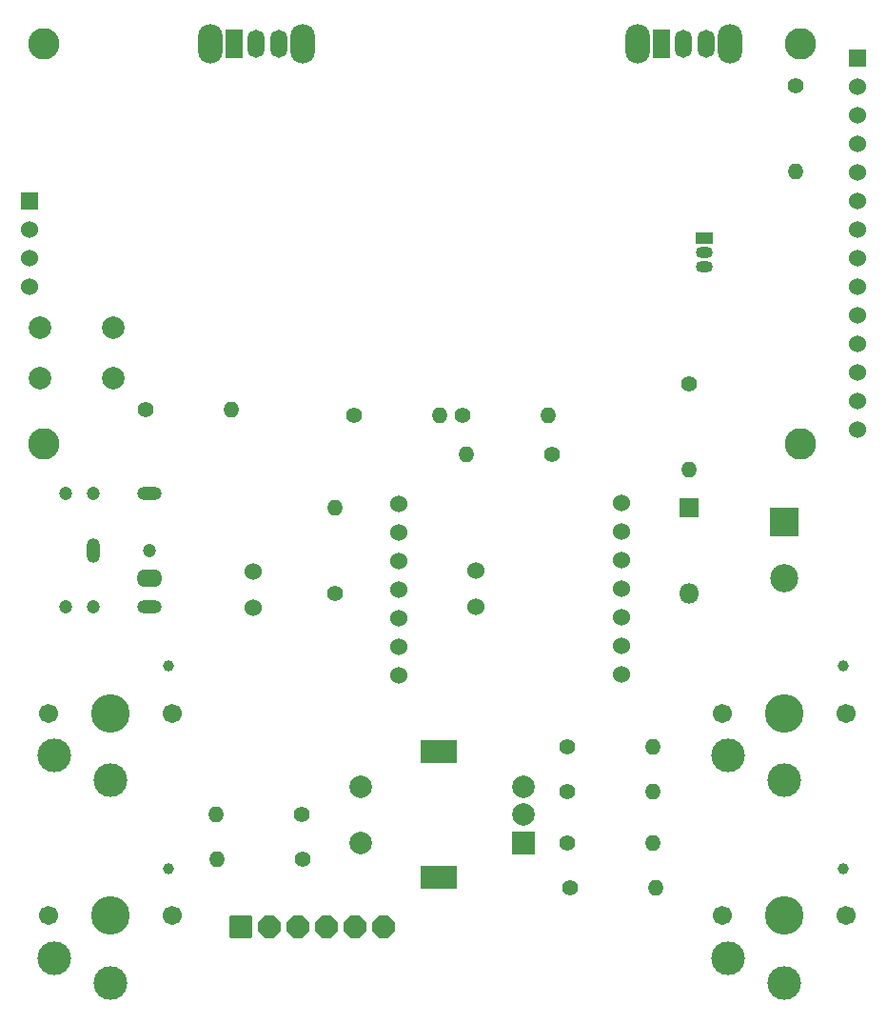
<source format=gbr>
%TF.GenerationSoftware,KiCad,Pcbnew,8.0.4*%
%TF.CreationDate,2025-02-21T10:23:32-07:00*%
%TF.ProjectId,PCB ESP32 S3 Wroom 1 n16r8,50434220-4553-4503-9332-205333205772,rev?*%
%TF.SameCoordinates,Original*%
%TF.FileFunction,Soldermask,Top*%
%TF.FilePolarity,Negative*%
%FSLAX46Y46*%
G04 Gerber Fmt 4.6, Leading zero omitted, Abs format (unit mm)*
G04 Created by KiCad (PCBNEW 8.0.4) date 2025-02-21 10:23:32*
%MOMM*%
%LPD*%
G01*
G04 APERTURE LIST*
G04 Aperture macros list*
%AMRoundRect*
0 Rectangle with rounded corners*
0 $1 Rounding radius*
0 $2 $3 $4 $5 $6 $7 $8 $9 X,Y pos of 4 corners*
0 Add a 4 corners polygon primitive as box body*
4,1,4,$2,$3,$4,$5,$6,$7,$8,$9,$2,$3,0*
0 Add four circle primitives for the rounded corners*
1,1,$1+$1,$2,$3*
1,1,$1+$1,$4,$5*
1,1,$1+$1,$6,$7*
1,1,$1+$1,$8,$9*
0 Add four rect primitives between the rounded corners*
20,1,$1+$1,$2,$3,$4,$5,0*
20,1,$1+$1,$4,$5,$6,$7,0*
20,1,$1+$1,$6,$7,$8,$9,0*
20,1,$1+$1,$8,$9,$2,$3,0*%
%AMFreePoly0*
4,1,25,0.427955,0.971196,0.440078,0.960842,0.960842,0.440078,0.989349,0.384130,0.990600,0.368236,0.990600,-0.368236,0.971196,-0.427955,0.960842,-0.440078,0.440078,-0.960842,0.384130,-0.989349,0.368236,-0.990600,-0.368236,-0.990600,-0.427955,-0.971196,-0.440078,-0.960842,-0.960842,-0.440078,-0.989349,-0.384130,-0.990600,-0.368236,-0.990600,0.368236,-0.971196,0.427955,-0.960842,0.440078,
-0.440078,0.960842,-0.384130,0.989349,-0.368236,0.990600,0.368236,0.990600,0.427955,0.971196,0.427955,0.971196,$1*%
G04 Aperture macros list end*
%ADD10C,1.701800*%
%ADD11C,3.000000*%
%ADD12C,3.429000*%
%ADD13C,0.990600*%
%ADD14C,1.200000*%
%ADD15O,2.200000X1.200000*%
%ADD16O,1.200000X2.200000*%
%ADD17O,2.300000X1.600000*%
%ADD18C,1.400000*%
%ADD19O,1.400000X1.400000*%
%ADD20R,2.000000X2.000000*%
%ADD21C,2.000000*%
%ADD22R,3.200000X2.000000*%
%ADD23C,1.524000*%
%ADD24C,2.794000*%
%ADD25R,1.524000X1.524000*%
%ADD26R,1.800000X1.800000*%
%ADD27O,1.800000X1.800000*%
%ADD28R,2.500000X2.500000*%
%ADD29C,2.500000*%
%ADD30O,2.200000X3.500000*%
%ADD31R,1.500000X2.500000*%
%ADD32O,1.500000X2.500000*%
%ADD33R,1.500000X1.050000*%
%ADD34O,1.500000X1.050000*%
%ADD35FreePoly0,0.000000*%
%ADD36RoundRect,0.101600X-0.889000X-0.889000X0.889000X-0.889000X0.889000X0.889000X-0.889000X0.889000X0*%
G04 APERTURE END LIST*
D10*
%TO.C,SW1*%
X63500000Y-106000000D03*
D11*
X64000000Y-109750000D03*
D12*
X69000000Y-106000000D03*
D11*
X69000000Y-111950000D03*
D13*
X74220000Y-101800000D03*
D10*
X74500000Y-106000000D03*
%TD*%
D14*
%TO.C,J1*%
X67500000Y-86500000D03*
X65000000Y-86500000D03*
X72500000Y-91500000D03*
X67500000Y-96500000D03*
X65000000Y-96500000D03*
D15*
X72500000Y-86500000D03*
D16*
X67500000Y-91500000D03*
D15*
X72500000Y-96500000D03*
D17*
X72500000Y-94000000D03*
%TD*%
D18*
%TO.C,R4*%
X109690000Y-109000000D03*
D19*
X117310000Y-109000000D03*
%TD*%
D18*
%TO.C,R1*%
X109690000Y-113000000D03*
D19*
X117310000Y-113000000D03*
%TD*%
D10*
%TO.C,SW2*%
X63500000Y-124000000D03*
D11*
X64000000Y-127750000D03*
D12*
X69000000Y-124000000D03*
D11*
X69000000Y-129950000D03*
D13*
X74220000Y-119800000D03*
D10*
X74500000Y-124000000D03*
%TD*%
D20*
%TO.C,Primary Rotary Encoder1*%
X105750000Y-117500000D03*
D21*
X105750000Y-112500000D03*
X105750000Y-115000000D03*
D22*
X98250000Y-120600000D03*
X98250000Y-109400000D03*
D21*
X91250000Y-112500000D03*
X91250000Y-117500000D03*
%TD*%
D23*
%TO.C,L_SPKR1*%
X101500000Y-93325000D03*
X101500000Y-96500000D03*
X114454000Y-99992500D03*
X114454000Y-97452500D03*
X114454000Y-94912500D03*
X114454000Y-89832500D03*
X114454000Y-102532500D03*
X114454000Y-92372500D03*
X114454000Y-87292500D03*
%TD*%
D18*
%TO.C,R2*%
X109690000Y-117500000D03*
D19*
X117310000Y-117500000D03*
%TD*%
D10*
%TO.C,SW5*%
X123500000Y-124000000D03*
D11*
X124000000Y-127750000D03*
D12*
X129000000Y-124000000D03*
D11*
X129000000Y-129950000D03*
D13*
X134220000Y-119800000D03*
D10*
X134500000Y-124000000D03*
%TD*%
D18*
%TO.C,R3*%
X86000000Y-115000000D03*
D19*
X78380000Y-115000000D03*
%TD*%
D23*
%TO.C,RSPKR1*%
X81758500Y-93412500D03*
X81758500Y-96587500D03*
X94712500Y-100080000D03*
X94712500Y-97540000D03*
X94712500Y-95000000D03*
X94712500Y-89920000D03*
X94712500Y-102620000D03*
X94712500Y-92460000D03*
X94712500Y-87380000D03*
%TD*%
D24*
%TO.C,Screen&SDCardReader1*%
X130420000Y-82090000D03*
X130420000Y-46530000D03*
X63110000Y-82090000D03*
X63110000Y-46530000D03*
D23*
X135500000Y-52880000D03*
X135500000Y-57960000D03*
X135500000Y-50340000D03*
X135500000Y-65580000D03*
X135500000Y-55420000D03*
X135500000Y-63040000D03*
X135500000Y-60500000D03*
X135500000Y-68120000D03*
D25*
X61840000Y-60500000D03*
D23*
X61840000Y-65580000D03*
X61840000Y-63040000D03*
X61840000Y-68120000D03*
X135500000Y-70660000D03*
X135500000Y-73200000D03*
X135500000Y-75740000D03*
X135500000Y-78280000D03*
X135500000Y-80820000D03*
D25*
X135500000Y-47800000D03*
%TD*%
D10*
%TO.C,SW3*%
X123500000Y-106000000D03*
D11*
X124000000Y-109750000D03*
D12*
X129000000Y-106000000D03*
D11*
X129000000Y-111950000D03*
D13*
X134220000Y-101800000D03*
D10*
X134500000Y-106000000D03*
%TD*%
D18*
%TO.C,R6*%
X86120000Y-119000000D03*
D19*
X78500000Y-119000000D03*
%TD*%
D26*
%TO.C,D1*%
X120500000Y-87690000D03*
D27*
X120500000Y-95310000D03*
%TD*%
D28*
%TO.C,M1*%
X129000000Y-89000000D03*
D29*
X129000000Y-94000000D03*
%TD*%
D18*
%TO.C,R5*%
X109880000Y-121500000D03*
D19*
X117500000Y-121500000D03*
%TD*%
D18*
%TO.C,R12*%
X90690000Y-79500000D03*
D19*
X98310000Y-79500000D03*
%TD*%
D30*
%TO.C,SW6*%
X115900000Y-46500000D03*
X124100000Y-46500000D03*
D31*
X118000000Y-46500000D03*
D32*
X120000000Y-46500000D03*
X122000000Y-46500000D03*
%TD*%
D18*
%TO.C,R13*%
X130000000Y-50190000D03*
D19*
X130000000Y-57810000D03*
%TD*%
D18*
%TO.C,R8*%
X72190000Y-79000000D03*
D19*
X79810000Y-79000000D03*
%TD*%
D30*
%TO.C,SW4*%
X77900000Y-46500000D03*
X86100000Y-46500000D03*
D31*
X80000000Y-46500000D03*
D32*
X82000000Y-46500000D03*
X84000000Y-46500000D03*
%TD*%
D18*
%TO.C,R11*%
X89000000Y-95310000D03*
D19*
X89000000Y-87690000D03*
%TD*%
D21*
%TO.C,SW7*%
X69250000Y-71750000D03*
X62750000Y-71750000D03*
X69250000Y-76250000D03*
X62750000Y-76250000D03*
%TD*%
D33*
%TO.C,Q1*%
X121860000Y-63730000D03*
D34*
X121860000Y-65000000D03*
X121860000Y-66270000D03*
%TD*%
D18*
%TO.C,R9*%
X100380000Y-79500000D03*
D19*
X108000000Y-79500000D03*
%TD*%
D18*
%TO.C,R7*%
X120500000Y-76690000D03*
D19*
X120500000Y-84310000D03*
%TD*%
D18*
%TO.C,R10*%
X108310000Y-83000000D03*
D19*
X100690000Y-83000000D03*
%TD*%
D35*
%TO.C,1*%
X85730000Y-124960000D03*
X83190000Y-124960000D03*
D36*
X80650000Y-124960000D03*
D35*
X93350000Y-124960000D03*
X90810000Y-124960000D03*
X88270000Y-124960000D03*
%TD*%
M02*

</source>
